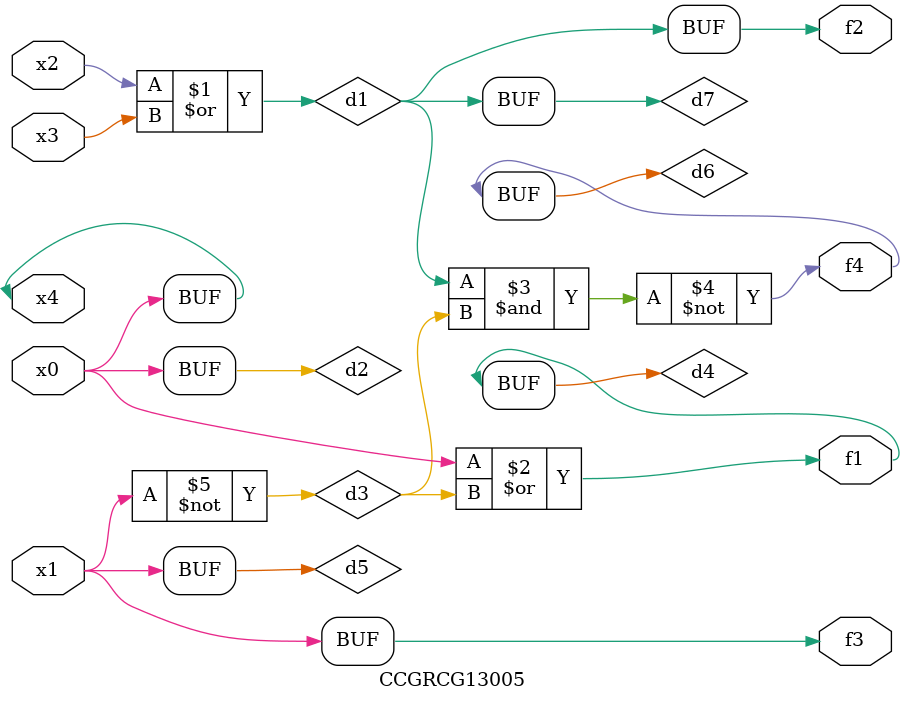
<source format=v>
module CCGRCG13005(
	input x0, x1, x2, x3, x4,
	output f1, f2, f3, f4
);

	wire d1, d2, d3, d4, d5, d6, d7;

	or (d1, x2, x3);
	buf (d2, x0, x4);
	not (d3, x1);
	or (d4, d2, d3);
	not (d5, d3);
	nand (d6, d1, d3);
	or (d7, d1);
	assign f1 = d4;
	assign f2 = d7;
	assign f3 = d5;
	assign f4 = d6;
endmodule

</source>
